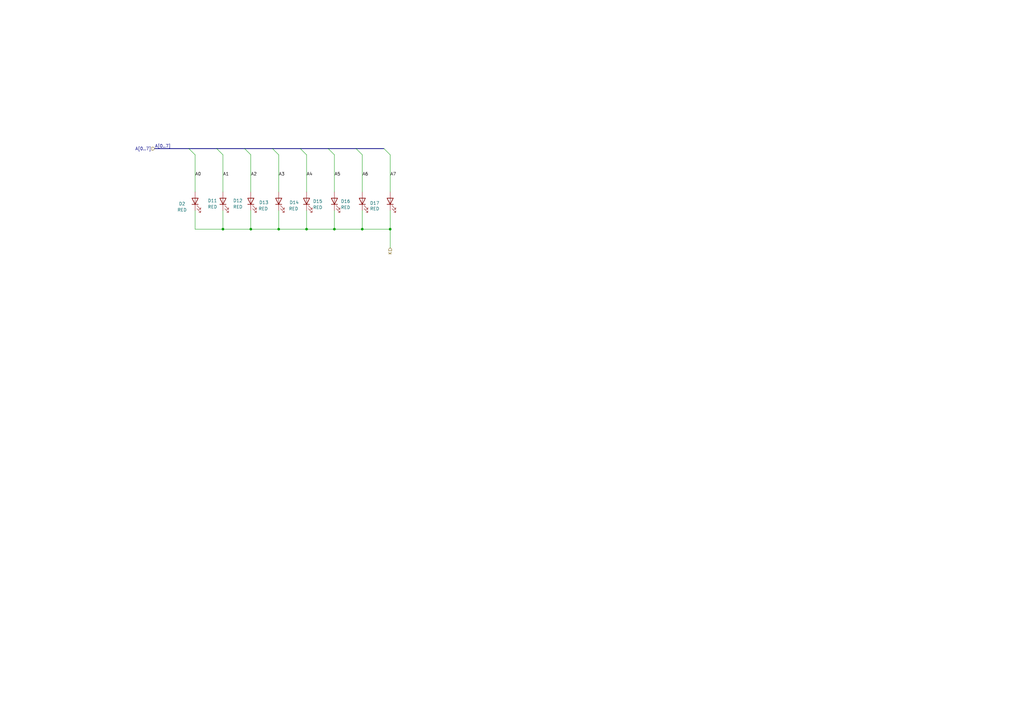
<source format=kicad_sch>
(kicad_sch (version 20231120) (generator "eeschema") (generator_version "8.0")
  (paper "A3")
  (lib_symbols
    (symbol "Device:LED" (pin_numbers hide) (pin_names (offset 1.016) hide)
      (property "Reference" "D" (at 0 2.54 0))
      (property "Value" "LED" (at 0 -2.54 0))
      (symbol "LED_0_1"
        (polyline (pts (xy -1.27 -1.27) (xy -1.27 1.27)) (stroke (width 0.254)))
        (polyline (pts (xy -1.27 0) (xy 1.27 0)))
        (polyline (pts (xy 1.27 -1.27) (xy 1.27 1.27) (xy -1.27 0) (xy 1.27 -1.27)) (stroke (width 0.254)))
        (polyline (pts (xy -3.048 -0.762) (xy -4.572 -2.286) (xy -3.81 -2.286) (xy -4.572 -2.286) (xy -4.572 -1.524)))
        (polyline (pts (xy -1.778 -0.762) (xy -3.302 -2.286) (xy -2.54 -2.286) (xy -3.302 -2.286) (xy -3.302 -1.524)))
      )
      (symbol "LED_1_1"
        (pin passive line (at -3.81 0 0) (length 2.54) (name "K") (number "1"))
        (pin passive line (at 3.81 0 180) (length 2.54) (name "A") (number "2"))
      )
    )
  )
  (junction (at 91.44 93.98))
  (junction (at 160.02 93.98))
  (junction (at 114.3 93.98))
  (junction (at 102.87 93.98))
  (junction (at 137.16 93.98))
  (junction (at 148.59 93.98))
  (junction (at 125.73 93.98))
  (bus_entry (at 100.33 60.96) (size 2.54 2.54))
  (bus_entry (at 111.76 60.96) (size 2.54 2.54))
  (bus_entry (at 88.9 60.96) (size 2.54 2.54))
  (bus_entry (at 77.47 60.96) (size 2.54 2.54))
  (bus_entry (at 134.62 60.96) (size 2.54 2.54))
  (bus_entry (at 146.05 60.96) (size 2.54 2.54))
  (bus_entry (at 157.48 60.96) (size 2.54 2.54))
  (bus_entry (at 123.19 60.96) (size 2.54 2.54))
  (bus (pts (xy 146.05 60.96) (xy 157.48 60.96)))
  (wire (pts (xy 80.01 93.98) (xy 91.44 93.98)))
  (wire (pts (xy 137.16 63.5) (xy 137.16 78.74)))
  (wire (pts (xy 137.16 93.98) (xy 148.59 93.98)))
  (wire (pts (xy 114.3 86.36) (xy 114.3 93.98)))
  (bus (pts (xy 100.33 60.96) (xy 111.76 60.96)))
  (wire (pts (xy 160.02 63.5) (xy 160.02 78.74)))
  (wire (pts (xy 114.3 63.5) (xy 114.3 78.74)))
  (wire (pts (xy 125.73 63.5) (xy 125.73 78.74)))
  (wire (pts (xy 102.87 63.5) (xy 102.87 78.74)))
  (bus (pts (xy 63.5 60.96) (xy 77.47 60.96)))
  (wire (pts (xy 148.59 93.98) (xy 160.02 93.98)))
  (wire (pts (xy 102.87 93.98) (xy 114.3 93.98)))
  (wire (pts (xy 80.01 86.36) (xy 80.01 93.98)))
  (wire (pts (xy 160.02 86.36) (xy 160.02 93.98)))
  (bus (pts (xy 134.62 60.96) (xy 146.05 60.96)))
  (wire (pts (xy 91.44 93.98) (xy 102.87 93.98)))
  (wire (pts (xy 137.16 86.36) (xy 137.16 93.98)))
  (bus (pts (xy 123.19 60.96) (xy 134.62 60.96)))
  (wire (pts (xy 148.59 63.5) (xy 148.59 78.74)))
  (wire (pts (xy 125.73 86.36) (xy 125.73 93.98)))
  (wire (pts (xy 80.01 63.5) (xy 80.01 78.74)))
  (wire (pts (xy 148.59 86.36) (xy 148.59 93.98)))
  (wire (pts (xy 102.87 86.36) (xy 102.87 93.98)))
  (wire (pts (xy 114.3 93.98) (xy 125.73 93.98)))
  (bus (pts (xy 77.47 60.96) (xy 88.9 60.96)))
  (bus (pts (xy 88.9 60.96) (xy 100.33 60.96)))
  (wire (pts (xy 125.73 93.98) (xy 137.16 93.98)))
  (wire (pts (xy 160.02 93.98) (xy 160.02 101.6)))
  (wire (pts (xy 91.44 63.5) (xy 91.44 78.74)))
  (bus (pts (xy 111.76 60.96) (xy 123.19 60.96)))
  (wire (pts (xy 91.44 86.36) (xy 91.44 93.98)))
  (label "A7" (at 160.02 72.39 0))
  (label "A2" (at 102.87 72.39 0))
  (label "A[0..7]" (at 63.5 60.96 0))
  (label "A5" (at 137.16 72.39 0))
  (label "A6" (at 148.59 72.39 0))
  (label "A4" (at 125.73 72.39 0))
  (label "A0" (at 80.01 72.39 0))
  (label "A1" (at 91.44 72.39 0))
  (label "A3" (at 114.3 72.39 0))
  (hierarchical_label "K" (shape input) (at 160.02 101.6 270))
  (hierarchical_label "A[0..7]" (shape input) (at 63.5 60.96 180))
  (symbol (lib_id "Device:LED") (at 148.59 82.55 90) (unit 1)
    (property "Reference" "D16" (at 141.732 82.55 90))
    (property "Value" "RED" (at 141.732 85.09 90))
    (property "Footprint" "LED_SMD:LED_1206_3216Metric" (effects (hide yes)))
    (property "Description" "Light emitting diode" (effects (hide yes)))
    (instances (project "electronics-practice" (path "" (reference "D16") (unit 1)) (path "" (reference "D24") (unit 1)) (path "" (reference "D80") (unit 1)) (path "" (reference "D88") (unit 1)) (path "" (reference "D144") (unit 1)) (path "" (reference "D152") (unit 1)) (path "" (reference "D208") (unit 1)) (path "" (reference "D216") (unit 1)) (path "" (reference "D272") (unit 1)) (path "" (reference "D280") (unit 1)) (path "" (reference "D336") (unit 1)) (path "" (reference "D344") (unit 1)) (path "" (reference "D400") (unit 1)) (path "" (reference "D408") (unit 1)) (path "" (reference "D464") (unit 1)) (path "" (reference "D472") (unit 1)) (path "" (reference "D32") (unit 1)) (path "" (reference "D40") (unit 1)) (path "" (reference "D48") (unit 1)) (path "" (reference "D56") (unit 1)) (path "" (reference "D64") (unit 1)) (path "" (reference "D72") (unit 1)) (path "" (reference "D96") (unit 1)) (path "" (reference "D104") (unit 1)) (path "" (reference "D112") (unit 1)) (path "" (reference "D120") (unit 1)) (path "" (reference "D128") (unit 1)) (path "" (reference "D136") (unit 1)) (path "" (reference "D160") (unit 1)) (path "" (reference "D168") (unit 1)) (path "" (reference "D176") (unit 1)) (path "" (reference "D184") (unit 1)) (path "" (reference "D192") (unit 1)) (path "" (reference "D200") (unit 1)) (path "" (reference "D224") (unit 1)) (path "" (reference "D232") (unit 1)) (path "" (reference "D240") (unit 1)) (path "" (reference "D248") (unit 1)) (path "" (reference "D256") (unit 1)) (path "" (reference "D264") (unit 1)) (path "" (reference "D288") (unit 1)) (path "" (reference "D296") (unit 1)) (path "" (reference "D304") (unit 1)) (path "" (reference "D312") (unit 1)) (path "" (reference "D320") (unit 1)) (path "" (reference "D328") (unit 1)) (path "" (reference "D352") (unit 1)) (path "" (reference "D360") (unit 1)) (path "" (reference "D368") (unit 1)) (path "" (reference "D376") (unit 1)) (path "" (reference "D384") (unit 1)) (path "" (reference "D392") (unit 1)) (path "" (reference "D416") (unit 1)) (path "" (reference "D424") (unit 1)) (path "" (reference "D432") (unit 1)) (path "" (reference "D440") (unit 1)) (path "" (reference "D448") (unit 1)) (path "" (reference "D456") (unit 1)) (path "" (reference "D480") (unit 1)) (path "" (reference "D488") (unit 1)) (path "" (reference "D496") (unit 1)) (path "" (reference "D504") (unit 1)) (path "" (reference "D512") (unit 1)) (path "" (reference "D520") (unit 1)) (path "" (reference "D528") (unit 1)) (path "" (reference "D536") (unit 1)) (path "" (reference "D544") (unit 1)) (path "" (reference "D552") (unit 1)) (path "" (reference "D560") (unit 1)) (path "" (reference "D568") (unit 1)) (path "" (reference "D576") (unit 1)) (path "" (reference "D584") (unit 1)) (path "" (reference "D592") (unit 1)) (path "" (reference "D600") (unit 1)) (path "" (reference "D608") (unit 1)) (path "" (reference "D616") (unit 1)) (path "" (reference "D624") (unit 1)) (path "" (reference "D632") (unit 1)) (path "" (reference "D640") (unit 1)) (path "" (reference "D648") (unit 1)) (path "" (reference "D656") (unit 1)) (path "" (reference "D664") (unit 1)) (path "" (reference "D672") (unit 1)) (path "" (reference "D680") (unit 1)) (path "" (reference "D688") (unit 1)) (path "" (reference "D696") (unit 1)) (path "" (reference "D704") (unit 1)) (path "" (reference "D712") (unit 1)) (path "" (reference "D720") (unit 1)) (path "" (reference "D728") (unit 1)) (path "" (reference "D736") (unit 1)) (path "" (reference "D744") (unit 1)) (path "" (reference "D752") (unit 1)) (path "" (reference "D760") (unit 1)) (path "" (reference "D768") (unit 1)) (path "" (reference "D776") (unit 1)) (path "" (reference "D784") (unit 1)) (path "" (reference "D792") (unit 1)) (path "" (reference "D800") (unit 1)) (path "" (reference "D808") (unit 1)) (path "" (reference "D816") (unit 1)) (path "" (reference "D824") (unit 1)) (path "" (reference "D832") (unit 1)) (path "" (reference "D840") (unit 1)) (path "" (reference "D848") (unit 1)) (path "" (reference "D856") (unit 1)) (path "" (reference "D864") (unit 1)) (path "" (reference "D872") (unit 1)) (path "" (reference "D880") (unit 1)) (path "" (reference "D888") (unit 1)) (path "" (reference "D896") (unit 1)) (path "" (reference "D904") (unit 1)) (path "" (reference "D912") (unit 1)) (path "" (reference "D920") (unit 1)) (path "" (reference "D928") (unit 1)) (path "" (reference "D936") (unit 1)) (path "" (reference "D944") (unit 1)) (path "" (reference "D952") (unit 1)) (path "" (reference "D960") (unit 1)) (path "" (reference "D968") (unit 1)) (path "" (reference "D976") (unit 1)) (path "" (reference "D984") (unit 1)) (path "" (reference "D992") (unit 1)) (path "" (reference "D1000") (unit 1)) (path "" (reference "D1008") (unit 1)) (path "" (reference "D1016") (unit 1)) (path "" (reference "D1024") (unit 1)) (path "" (reference "D1032") (unit 1))))
  )
  (symbol (lib_id "Device:LED") (at 114.3 82.55 90) (unit 1)
    (property "Reference" "D13" (at 108.204 83.058 90))
    (property "Value" "RED" (at 107.95 85.598 90))
    (property "Footprint" "LED_SMD:LED_1206_3216Metric" (effects (hide yes)))
    (property "Description" "Light emitting diode" (effects (hide yes)))
    (instances (project "electronics-practice" (path "" (reference "D13") (unit 1)) (path "" (reference "D21") (unit 1)) (path "" (reference "D77") (unit 1)) (path "" (reference "D85") (unit 1)) (path "" (reference "D141") (unit 1)) (path "" (reference "D149") (unit 1)) (path "" (reference "D205") (unit 1)) (path "" (reference "D213") (unit 1)) (path "" (reference "D269") (unit 1)) (path "" (reference "D277") (unit 1)) (path "" (reference "D333") (unit 1)) (path "" (reference "D341") (unit 1)) (path "" (reference "D397") (unit 1)) (path "" (reference "D405") (unit 1)) (path "" (reference "D461") (unit 1)) (path "" (reference "D469") (unit 1)) (path "" (reference "D29") (unit 1)) (path "" (reference "D37") (unit 1)) (path "" (reference "D45") (unit 1)) (path "" (reference "D53") (unit 1)) (path "" (reference "D61") (unit 1)) (path "" (reference "D69") (unit 1)) (path "" (reference "D93") (unit 1)) (path "" (reference "D101") (unit 1)) (path "" (reference "D109") (unit 1)) (path "" (reference "D117") (unit 1)) (path "" (reference "D125") (unit 1)) (path "" (reference "D133") (unit 1)) (path "" (reference "D157") (unit 1)) (path "" (reference "D165") (unit 1)) (path "" (reference "D173") (unit 1)) (path "" (reference "D181") (unit 1)) (path "" (reference "D189") (unit 1)) (path "" (reference "D197") (unit 1)) (path "" (reference "D221") (unit 1)) (path "" (reference "D229") (unit 1)) (path "" (reference "D237") (unit 1)) (path "" (reference "D245") (unit 1)) (path "" (reference "D253") (unit 1)) (path "" (reference "D261") (unit 1)) (path "" (reference "D285") (unit 1)) (path "" (reference "D293") (unit 1)) (path "" (reference "D301") (unit 1)) (path "" (reference "D309") (unit 1)) (path "" (reference "D317") (unit 1)) (path "" (reference "D325") (unit 1)) (path "" (reference "D349") (unit 1)) (path "" (reference "D357") (unit 1)) (path "" (reference "D365") (unit 1)) (path "" (reference "D373") (unit 1)) (path "" (reference "D381") (unit 1)) (path "" (reference "D389") (unit 1)) (path "" (reference "D413") (unit 1)) (path "" (reference "D421") (unit 1)) (path "" (reference "D429") (unit 1)) (path "" (reference "D437") (unit 1)) (path "" (reference "D445") (unit 1)) (path "" (reference "D453") (unit 1)) (path "" (reference "D477") (unit 1)) (path "" (reference "D485") (unit 1)) (path "" (reference "D493") (unit 1)) (path "" (reference "D501") (unit 1)) (path "" (reference "D509") (unit 1)) (path "" (reference "D517") (unit 1)) (path "" (reference "D525") (unit 1)) (path "" (reference "D533") (unit 1)) (path "" (reference "D541") (unit 1)) (path "" (reference "D549") (unit 1)) (path "" (reference "D557") (unit 1)) (path "" (reference "D565") (unit 1)) (path "" (reference "D573") (unit 1)) (path "" (reference "D581") (unit 1)) (path "" (reference "D589") (unit 1)) (path "" (reference "D597") (unit 1)) (path "" (reference "D605") (unit 1)) (path "" (reference "D613") (unit 1)) (path "" (reference "D621") (unit 1)) (path "" (reference "D629") (unit 1)) (path "" (reference "D637") (unit 1)) (path "" (reference "D645") (unit 1)) (path "" (reference "D653") (unit 1)) (path "" (reference "D661") (unit 1)) (path "" (reference "D669") (unit 1)) (path "" (reference "D677") (unit 1)) (path "" (reference "D685") (unit 1)) (path "" (reference "D693") (unit 1)) (path "" (reference "D701") (unit 1)) (path "" (reference "D709") (unit 1)) (path "" (reference "D717") (unit 1)) (path "" (reference "D725") (unit 1)) (path "" (reference "D733") (unit 1)) (path "" (reference "D741") (unit 1)) (path "" (reference "D749") (unit 1)) (path "" (reference "D757") (unit 1)) (path "" (reference "D765") (unit 1)) (path "" (reference "D773") (unit 1)) (path "" (reference "D781") (unit 1)) (path "" (reference "D789") (unit 1)) (path "" (reference "D797") (unit 1)) (path "" (reference "D805") (unit 1)) (path "" (reference "D813") (unit 1)) (path "" (reference "D821") (unit 1)) (path "" (reference "D829") (unit 1)) (path "" (reference "D837") (unit 1)) (path "" (reference "D845") (unit 1)) (path "" (reference "D853") (unit 1)) (path "" (reference "D861") (unit 1)) (path "" (reference "D869") (unit 1)) (path "" (reference "D877") (unit 1)) (path "" (reference "D885") (unit 1)) (path "" (reference "D893") (unit 1)) (path "" (reference "D901") (unit 1)) (path "" (reference "D909") (unit 1)) (path "" (reference "D917") (unit 1)) (path "" (reference "D925") (unit 1)) (path "" (reference "D933") (unit 1)) (path "" (reference "D941") (unit 1)) (path "" (reference "D949") (unit 1)) (path "" (reference "D957") (unit 1)) (path "" (reference "D965") (unit 1)) (path "" (reference "D973") (unit 1)) (path "" (reference "D981") (unit 1)) (path "" (reference "D989") (unit 1)) (path "" (reference "D997") (unit 1)) (path "" (reference "D1005") (unit 1)) (path "" (reference "D1013") (unit 1)) (path "" (reference "D1021") (unit 1)) (path "" (reference "D1029") (unit 1))))
  )
  (symbol (lib_id "Device:LED") (at 137.16 82.55 90) (unit 1)
    (property "Reference" "D15" (at 130.302 82.55 90))
    (property "Value" "RED" (at 130.302 85.09 90))
    (property "Footprint" "LED_SMD:LED_1206_3216Metric" (effects (hide yes)))
    (property "Description" "Light emitting diode" (effects (hide yes)))
    (instances (project "electronics-practice" (path "" (reference "D15") (unit 1)) (path "" (reference "D23") (unit 1)) (path "" (reference "D79") (unit 1)) (path "" (reference "D87") (unit 1)) (path "" (reference "D143") (unit 1)) (path "" (reference "D151") (unit 1)) (path "" (reference "D207") (unit 1)) (path "" (reference "D215") (unit 1)) (path "" (reference "D271") (unit 1)) (path "" (reference "D279") (unit 1)) (path "" (reference "D335") (unit 1)) (path "" (reference "D343") (unit 1)) (path "" (reference "D399") (unit 1)) (path "" (reference "D407") (unit 1)) (path "" (reference "D463") (unit 1)) (path "" (reference "D471") (unit 1)) (path "" (reference "D31") (unit 1)) (path "" (reference "D39") (unit 1)) (path "" (reference "D47") (unit 1)) (path "" (reference "D55") (unit 1)) (path "" (reference "D63") (unit 1)) (path "" (reference "D71") (unit 1)) (path "" (reference "D95") (unit 1)) (path "" (reference "D103") (unit 1)) (path "" (reference "D111") (unit 1)) (path "" (reference "D119") (unit 1)) (path "" (reference "D127") (unit 1)) (path "" (reference "D135") (unit 1)) (path "" (reference "D159") (unit 1)) (path "" (reference "D167") (unit 1)) (path "" (reference "D175") (unit 1)) (path "" (reference "D183") (unit 1)) (path "" (reference "D191") (unit 1)) (path "" (reference "D199") (unit 1)) (path "" (reference "D223") (unit 1)) (path "" (reference "D231") (unit 1)) (path "" (reference "D239") (unit 1)) (path "" (reference "D247") (unit 1)) (path "" (reference "D255") (unit 1)) (path "" (reference "D263") (unit 1)) (path "" (reference "D287") (unit 1)) (path "" (reference "D295") (unit 1)) (path "" (reference "D303") (unit 1)) (path "" (reference "D311") (unit 1)) (path "" (reference "D319") (unit 1)) (path "" (reference "D327") (unit 1)) (path "" (reference "D351") (unit 1)) (path "" (reference "D359") (unit 1)) (path "" (reference "D367") (unit 1)) (path "" (reference "D375") (unit 1)) (path "" (reference "D383") (unit 1)) (path "" (reference "D391") (unit 1)) (path "" (reference "D415") (unit 1)) (path "" (reference "D423") (unit 1)) (path "" (reference "D431") (unit 1)) (path "" (reference "D439") (unit 1)) (path "" (reference "D447") (unit 1)) (path "" (reference "D455") (unit 1)) (path "" (reference "D479") (unit 1)) (path "" (reference "D487") (unit 1)) (path "" (reference "D495") (unit 1)) (path "" (reference "D503") (unit 1)) (path "" (reference "D511") (unit 1)) (path "" (reference "D519") (unit 1)) (path "" (reference "D527") (unit 1)) (path "" (reference "D535") (unit 1)) (path "" (reference "D543") (unit 1)) (path "" (reference "D551") (unit 1)) (path "" (reference "D559") (unit 1)) (path "" (reference "D567") (unit 1)) (path "" (reference "D575") (unit 1)) (path "" (reference "D583") (unit 1)) (path "" (reference "D591") (unit 1)) (path "" (reference "D599") (unit 1)) (path "" (reference "D607") (unit 1)) (path "" (reference "D615") (unit 1)) (path "" (reference "D623") (unit 1)) (path "" (reference "D631") (unit 1)) (path "" (reference "D639") (unit 1)) (path "" (reference "D647") (unit 1)) (path "" (reference "D655") (unit 1)) (path "" (reference "D663") (unit 1)) (path "" (reference "D671") (unit 1)) (path "" (reference "D679") (unit 1)) (path "" (reference "D687") (unit 1)) (path "" (reference "D695") (unit 1)) (path "" (reference "D703") (unit 1)) (path "" (reference "D711") (unit 1)) (path "" (reference "D719") (unit 1)) (path "" (reference "D727") (unit 1)) (path "" (reference "D735") (unit 1)) (path "" (reference "D743") (unit 1)) (path "" (reference "D751") (unit 1)) (path "" (reference "D759") (unit 1)) (path "" (reference "D767") (unit 1)) (path "" (reference "D775") (unit 1)) (path "" (reference "D783") (unit 1)) (path "" (reference "D791") (unit 1)) (path "" (reference "D799") (unit 1)) (path "" (reference "D807") (unit 1)) (path "" (reference "D815") (unit 1)) (path "" (reference "D823") (unit 1)) (path "" (reference "D831") (unit 1)) (path "" (reference "D839") (unit 1)) (path "" (reference "D847") (unit 1)) (path "" (reference "D855") (unit 1)) (path "" (reference "D863") (unit 1)) (path "" (reference "D871") (unit 1)) (path "" (reference "D879") (unit 1)) (path "" (reference "D887") (unit 1)) (path "" (reference "D895") (unit 1)) (path "" (reference "D903") (unit 1)) (path "" (reference "D911") (unit 1)) (path "" (reference "D919") (unit 1)) (path "" (reference "D927") (unit 1)) (path "" (reference "D935") (unit 1)) (path "" (reference "D943") (unit 1)) (path "" (reference "D951") (unit 1)) (path "" (reference "D959") (unit 1)) (path "" (reference "D967") (unit 1)) (path "" (reference "D975") (unit 1)) (path "" (reference "D983") (unit 1)) (path "" (reference "D991") (unit 1)) (path "" (reference "D999") (unit 1)) (path "" (reference "D1007") (unit 1)) (path "" (reference "D1015") (unit 1)) (path "" (reference "D1023") (unit 1)) (path "" (reference "D1031") (unit 1))))
  )
  (symbol (lib_id "Device:LED") (at 125.73 82.55 90) (unit 1)
    (property "Reference" "D14" (at 120.65 83.058 90))
    (property "Value" "RED" (at 120.396 85.598 90))
    (property "Footprint" "LED_SMD:LED_1206_3216Metric" (effects (hide yes)))
    (property "Description" "Light emitting diode" (effects (hide yes)))
    (instances (project "electronics-practice" (path "" (reference "D14") (unit 1)) (path "" (reference "D22") (unit 1)) (path "" (reference "D78") (unit 1)) (path "" (reference "D86") (unit 1)) (path "" (reference "D142") (unit 1)) (path "" (reference "D150") (unit 1)) (path "" (reference "D206") (unit 1)) (path "" (reference "D214") (unit 1)) (path "" (reference "D270") (unit 1)) (path "" (reference "D278") (unit 1)) (path "" (reference "D334") (unit 1)) (path "" (reference "D342") (unit 1)) (path "" (reference "D398") (unit 1)) (path "" (reference "D406") (unit 1)) (path "" (reference "D462") (unit 1)) (path "" (reference "D470") (unit 1)) (path "" (reference "D30") (unit 1)) (path "" (reference "D38") (unit 1)) (path "" (reference "D46") (unit 1)) (path "" (reference "D54") (unit 1)) (path "" (reference "D62") (unit 1)) (path "" (reference "D70") (unit 1)) (path "" (reference "D94") (unit 1)) (path "" (reference "D102") (unit 1)) (path "" (reference "D110") (unit 1)) (path "" (reference "D118") (unit 1)) (path "" (reference "D126") (unit 1)) (path "" (reference "D134") (unit 1)) (path "" (reference "D158") (unit 1)) (path "" (reference "D166") (unit 1)) (path "" (reference "D174") (unit 1)) (path "" (reference "D182") (unit 1)) (path "" (reference "D190") (unit 1)) (path "" (reference "D198") (unit 1)) (path "" (reference "D222") (unit 1)) (path "" (reference "D230") (unit 1)) (path "" (reference "D238") (unit 1)) (path "" (reference "D246") (unit 1)) (path "" (reference "D254") (unit 1)) (path "" (reference "D262") (unit 1)) (path "" (reference "D286") (unit 1)) (path "" (reference "D294") (unit 1)) (path "" (reference "D302") (unit 1)) (path "" (reference "D310") (unit 1)) (path "" (reference "D318") (unit 1)) (path "" (reference "D326") (unit 1)) (path "" (reference "D350") (unit 1)) (path "" (reference "D358") (unit 1)) (path "" (reference "D366") (unit 1)) (path "" (reference "D374") (unit 1)) (path "" (reference "D382") (unit 1)) (path "" (reference "D390") (unit 1)) (path "" (reference "D414") (unit 1)) (path "" (reference "D422") (unit 1)) (path "" (reference "D430") (unit 1)) (path "" (reference "D438") (unit 1)) (path "" (reference "D446") (unit 1)) (path "" (reference "D454") (unit 1)) (path "" (reference "D478") (unit 1)) (path "" (reference "D486") (unit 1)) (path "" (reference "D494") (unit 1)) (path "" (reference "D502") (unit 1)) (path "" (reference "D510") (unit 1)) (path "" (reference "D518") (unit 1)) (path "" (reference "D526") (unit 1)) (path "" (reference "D534") (unit 1)) (path "" (reference "D542") (unit 1)) (path "" (reference "D550") (unit 1)) (path "" (reference "D558") (unit 1)) (path "" (reference "D566") (unit 1)) (path "" (reference "D574") (unit 1)) (path "" (reference "D582") (unit 1)) (path "" (reference "D590") (unit 1)) (path "" (reference "D598") (unit 1)) (path "" (reference "D606") (unit 1)) (path "" (reference "D614") (unit 1)) (path "" (reference "D622") (unit 1)) (path "" (reference "D630") (unit 1)) (path "" (reference "D638") (unit 1)) (path "" (reference "D646") (unit 1)) (path "" (reference "D654") (unit 1)) (path "" (reference "D662") (unit 1)) (path "" (reference "D670") (unit 1)) (path "" (reference "D678") (unit 1)) (path "" (reference "D686") (unit 1)) (path "" (reference "D694") (unit 1)) (path "" (reference "D702") (unit 1)) (path "" (reference "D710") (unit 1)) (path "" (reference "D718") (unit 1)) (path "" (reference "D726") (unit 1)) (path "" (reference "D734") (unit 1)) (path "" (reference "D742") (unit 1)) (path "" (reference "D750") (unit 1)) (path "" (reference "D758") (unit 1)) (path "" (reference "D766") (unit 1)) (path "" (reference "D774") (unit 1)) (path "" (reference "D782") (unit 1)) (path "" (reference "D790") (unit 1)) (path "" (reference "D798") (unit 1)) (path "" (reference "D806") (unit 1)) (path "" (reference "D814") (unit 1)) (path "" (reference "D822") (unit 1)) (path "" (reference "D830") (unit 1)) (path "" (reference "D838") (unit 1)) (path "" (reference "D846") (unit 1)) (path "" (reference "D854") (unit 1)) (path "" (reference "D862") (unit 1)) (path "" (reference "D870") (unit 1)) (path "" (reference "D878") (unit 1)) (path "" (reference "D886") (unit 1)) (path "" (reference "D894") (unit 1)) (path "" (reference "D902") (unit 1)) (path "" (reference "D910") (unit 1)) (path "" (reference "D918") (unit 1)) (path "" (reference "D926") (unit 1)) (path "" (reference "D934") (unit 1)) (path "" (reference "D942") (unit 1)) (path "" (reference "D950") (unit 1)) (path "" (reference "D958") (unit 1)) (path "" (reference "D966") (unit 1)) (path "" (reference "D974") (unit 1)) (path "" (reference "D982") (unit 1)) (path "" (reference "D990") (unit 1)) (path "" (reference "D998") (unit 1)) (path "" (reference "D1006") (unit 1)) (path "" (reference "D1014") (unit 1)) (path "" (reference "D1022") (unit 1)) (path "" (reference "D1030") (unit 1))))
  )
  (symbol (lib_id "Device:LED") (at 80.01 82.55 90) (unit 1)
    (property "Reference" "D2" (at 74.676 83.566 90))
    (property "Value" "RED" (at 74.676 86.106 90))
    (property "Footprint" "LED_SMD:LED_1206_3216Metric" (effects (hide yes)))
    (property "Description" "Light emitting diode" (effects (hide yes)))
    (instances (project "electronics-practice" (path "" (reference "D2") (unit 1)) (path "" (reference "D18") (unit 1)) (path "" (reference "D74") (unit 1)) (path "" (reference "D82") (unit 1)) (path "" (reference "D138") (unit 1)) (path "" (reference "D146") (unit 1)) (path "" (reference "D202") (unit 1)) (path "" (reference "D210") (unit 1)) (path "" (reference "D266") (unit 1)) (path "" (reference "D274") (unit 1)) (path "" (reference "D330") (unit 1)) (path "" (reference "D338") (unit 1)) (path "" (reference "D394") (unit 1)) (path "" (reference "D402") (unit 1)) (path "" (reference "D458") (unit 1)) (path "" (reference "D466") (unit 1)) (path "" (reference "D26") (unit 1)) (path "" (reference "D34") (unit 1)) (path "" (reference "D42") (unit 1)) (path "" (reference "D50") (unit 1)) (path "" (reference "D58") (unit 1)) (path "" (reference "D66") (unit 1)) (path "" (reference "D90") (unit 1)) (path "" (reference "D98") (unit 1)) (path "" (reference "D106") (unit 1)) (path "" (reference "D114") (unit 1)) (path "" (reference "D122") (unit 1)) (path "" (reference "D130") (unit 1)) (path "" (reference "D154") (unit 1)) (path "" (reference "D162") (unit 1)) (path "" (reference "D170") (unit 1)) (path "" (reference "D178") (unit 1)) (path "" (reference "D186") (unit 1)) (path "" (reference "D194") (unit 1)) (path "" (reference "D218") (unit 1)) (path "" (reference "D226") (unit 1)) (path "" (reference "D234") (unit 1)) (path "" (reference "D242") (unit 1)) (path "" (reference "D250") (unit 1)) (path "" (reference "D258") (unit 1)) (path "" (reference "D282") (unit 1)) (path "" (reference "D290") (unit 1)) (path "" (reference "D298") (unit 1)) (path "" (reference "D306") (unit 1)) (path "" (reference "D314") (unit 1)) (path "" (reference "D322") (unit 1)) (path "" (reference "D346") (unit 1)) (path "" (reference "D354") (unit 1)) (path "" (reference "D362") (unit 1)) (path "" (reference "D370") (unit 1)) (path "" (reference "D378") (unit 1)) (path "" (reference "D386") (unit 1)) (path "" (reference "D410") (unit 1)) (path "" (reference "D418") (unit 1)) (path "" (reference "D426") (unit 1)) (path "" (reference "D434") (unit 1)) (path "" (reference "D442") (unit 1)) (path "" (reference "D450") (unit 1)) (path "" (reference "D474") (unit 1)) (path "" (reference "D482") (unit 1)) (path "" (reference "D490") (unit 1)) (path "" (reference "D498") (unit 1)) (path "" (reference "D506") (unit 1)) (path "" (reference "D514") (unit 1)) (path "" (reference "D522") (unit 1)) (path "" (reference "D530") (unit 1)) (path "" (reference "D538") (unit 1)) (path "" (reference "D546") (unit 1)) (path "" (reference "D554") (unit 1)) (path "" (reference "D562") (unit 1)) (path "" (reference "D570") (unit 1)) (path "" (reference "D578") (unit 1)) (path "" (reference "D586") (unit 1)) (path "" (reference "D594") (unit 1)) (path "" (reference "D602") (unit 1)) (path "" (reference "D610") (unit 1)) (path "" (reference "D618") (unit 1)) (path "" (reference "D626") (unit 1)) (path "" (reference "D634") (unit 1)) (path "" (reference "D642") (unit 1)) (path "" (reference "D650") (unit 1)) (path "" (reference "D658") (unit 1)) (path "" (reference "D666") (unit 1)) (path "" (reference "D674") (unit 1)) (path "" (reference "D682") (unit 1)) (path "" (reference "D690") (unit 1)) (path "" (reference "D698") (unit 1)) (path "" (reference "D706") (unit 1)) (path "" (reference "D714") (unit 1)) (path "" (reference "D722") (unit 1)) (path "" (reference "D730") (unit 1)) (path "" (reference "D738") (unit 1)) (path "" (reference "D746") (unit 1)) (path "" (reference "D754") (unit 1)) (path "" (reference "D762") (unit 1)) (path "" (reference "D770") (unit 1)) (path "" (reference "D778") (unit 1)) (path "" (reference "D786") (unit 1)) (path "" (reference "D794") (unit 1)) (path "" (reference "D802") (unit 1)) (path "" (reference "D810") (unit 1)) (path "" (reference "D818") (unit 1)) (path "" (reference "D826") (unit 1)) (path "" (reference "D834") (unit 1)) (path "" (reference "D842") (unit 1)) (path "" (reference "D850") (unit 1)) (path "" (reference "D858") (unit 1)) (path "" (reference "D866") (unit 1)) (path "" (reference "D874") (unit 1)) (path "" (reference "D882") (unit 1)) (path "" (reference "D890") (unit 1)) (path "" (reference "D898") (unit 1)) (path "" (reference "D906") (unit 1)) (path "" (reference "D914") (unit 1)) (path "" (reference "D922") (unit 1)) (path "" (reference "D930") (unit 1)) (path "" (reference "D938") (unit 1)) (path "" (reference "D946") (unit 1)) (path "" (reference "D954") (unit 1)) (path "" (reference "D962") (unit 1)) (path "" (reference "D970") (unit 1)) (path "" (reference "D978") (unit 1)) (path "" (reference "D986") (unit 1)) (path "" (reference "D994") (unit 1)) (path "" (reference "D1002") (unit 1)) (path "" (reference "D1010") (unit 1)) (path "" (reference "D1018") (unit 1)) (path "" (reference "D1026") (unit 1))))
  )
  (symbol (lib_id "Device:LED") (at 91.44 82.55 90) (unit 1)
    (property "Reference" "D11" (at 87.122 82.296 90))
    (property "Value" "RED" (at 87.122 84.836 90))
    (property "Footprint" "LED_SMD:LED_1206_3216Metric" (effects (hide yes)))
    (property "Description" "Light emitting diode" (effects (hide yes)))
    (instances (project "electronics-practice" (path "" (reference "D11") (unit 1)) (path "" (reference "D19") (unit 1)) (path "" (reference "D75") (unit 1)) (path "" (reference "D83") (unit 1)) (path "" (reference "D139") (unit 1)) (path "" (reference "D147") (unit 1)) (path "" (reference "D203") (unit 1)) (path "" (reference "D211") (unit 1)) (path "" (reference "D267") (unit 1)) (path "" (reference "D275") (unit 1)) (path "" (reference "D331") (unit 1)) (path "" (reference "D339") (unit 1)) (path "" (reference "D395") (unit 1)) (path "" (reference "D403") (unit 1)) (path "" (reference "D459") (unit 1)) (path "" (reference "D467") (unit 1)) (path "" (reference "D27") (unit 1)) (path "" (reference "D35") (unit 1)) (path "" (reference "D43") (unit 1)) (path "" (reference "D51") (unit 1)) (path "" (reference "D59") (unit 1)) (path "" (reference "D67") (unit 1)) (path "" (reference "D91") (unit 1)) (path "" (reference "D99") (unit 1)) (path "" (reference "D107") (unit 1)) (path "" (reference "D115") (unit 1)) (path "" (reference "D123") (unit 1)) (path "" (reference "D131") (unit 1)) (path "" (reference "D155") (unit 1)) (path "" (reference "D163") (unit 1)) (path "" (reference "D171") (unit 1)) (path "" (reference "D179") (unit 1)) (path "" (reference "D187") (unit 1)) (path "" (reference "D195") (unit 1)) (path "" (reference "D219") (unit 1)) (path "" (reference "D227") (unit 1)) (path "" (reference "D235") (unit 1)) (path "" (reference "D243") (unit 1)) (path "" (reference "D251") (unit 1)) (path "" (reference "D259") (unit 1)) (path "" (reference "D283") (unit 1)) (path "" (reference "D291") (unit 1)) (path "" (reference "D299") (unit 1)) (path "" (reference "D307") (unit 1)) (path "" (reference "D315") (unit 1)) (path "" (reference "D323") (unit 1)) (path "" (reference "D347") (unit 1)) (path "" (reference "D355") (unit 1)) (path "" (reference "D363") (unit 1)) (path "" (reference "D371") (unit 1)) (path "" (reference "D379") (unit 1)) (path "" (reference "D387") (unit 1)) (path "" (reference "D411") (unit 1)) (path "" (reference "D419") (unit 1)) (path "" (reference "D427") (unit 1)) (path "" (reference "D435") (unit 1)) (path "" (reference "D443") (unit 1)) (path "" (reference "D451") (unit 1)) (path "" (reference "D475") (unit 1)) (path "" (reference "D483") (unit 1)) (path "" (reference "D491") (unit 1)) (path "" (reference "D499") (unit 1)) (path "" (reference "D507") (unit 1)) (path "" (reference "D515") (unit 1)) (path "" (reference "D523") (unit 1)) (path "" (reference "D531") (unit 1)) (path "" (reference "D539") (unit 1)) (path "" (reference "D547") (unit 1)) (path "" (reference "D555") (unit 1)) (path "" (reference "D563") (unit 1)) (path "" (reference "D571") (unit 1)) (path "" (reference "D579") (unit 1)) (path "" (reference "D587") (unit 1)) (path "" (reference "D595") (unit 1)) (path "" (reference "D603") (unit 1)) (path "" (reference "D611") (unit 1)) (path "" (reference "D619") (unit 1)) (path "" (reference "D627") (unit 1)) (path "" (reference "D635") (unit 1)) (path "" (reference "D643") (unit 1)) (path "" (reference "D651") (unit 1)) (path "" (reference "D659") (unit 1)) (path "" (reference "D667") (unit 1)) (path "" (reference "D675") (unit 1)) (path "" (reference "D683") (unit 1)) (path "" (reference "D691") (unit 1)) (path "" (reference "D699") (unit 1)) (path "" (reference "D707") (unit 1)) (path "" (reference "D715") (unit 1)) (path "" (reference "D723") (unit 1)) (path "" (reference "D731") (unit 1)) (path "" (reference "D739") (unit 1)) (path "" (reference "D747") (unit 1)) (path "" (reference "D755") (unit 1)) (path "" (reference "D763") (unit 1)) (path "" (reference "D771") (unit 1)) (path "" (reference "D779") (unit 1)) (path "" (reference "D787") (unit 1)) (path "" (reference "D795") (unit 1)) (path "" (reference "D803") (unit 1)) (path "" (reference "D811") (unit 1)) (path "" (reference "D819") (unit 1)) (path "" (reference "D827") (unit 1)) (path "" (reference "D835") (unit 1)) (path "" (reference "D843") (unit 1)) (path "" (reference "D851") (unit 1)) (path "" (reference "D859") (unit 1)) (path "" (reference "D867") (unit 1)) (path "" (reference "D875") (unit 1)) (path "" (reference "D883") (unit 1)) (path "" (reference "D891") (unit 1)) (path "" (reference "D899") (unit 1)) (path "" (reference "D907") (unit 1)) (path "" (reference "D915") (unit 1)) (path "" (reference "D923") (unit 1)) (path "" (reference "D931") (unit 1)) (path "" (reference "D939") (unit 1)) (path "" (reference "D947") (unit 1)) (path "" (reference "D955") (unit 1)) (path "" (reference "D963") (unit 1)) (path "" (reference "D971") (unit 1)) (path "" (reference "D979") (unit 1)) (path "" (reference "D987") (unit 1)) (path "" (reference "D995") (unit 1)) (path "" (reference "D1003") (unit 1)) (path "" (reference "D1011") (unit 1)) (path "" (reference "D1019") (unit 1)) (path "" (reference "D1027") (unit 1))))
  )
  (symbol (lib_id "Device:LED") (at 160.02 82.55 90) (unit 1)
    (property "Reference" "D17" (at 153.67 83.312 90))
    (property "Value" "RED" (at 153.67 85.598 90))
    (property "Footprint" "LED_SMD:LED_1206_3216Metric" (effects (hide yes)))
    (property "Description" "Light emitting diode" (effects (hide yes)))
    (instances (project "electronics-practice" (path "" (reference "D17") (unit 1)) (path "" (reference "D25") (unit 1)) (path "" (reference "D81") (unit 1)) (path "" (reference "D89") (unit 1)) (path "" (reference "D145") (unit 1)) (path "" (reference "D153") (unit 1)) (path "" (reference "D209") (unit 1)) (path "" (reference "D217") (unit 1)) (path "" (reference "D273") (unit 1)) (path "" (reference "D281") (unit 1)) (path "" (reference "D337") (unit 1)) (path "" (reference "D345") (unit 1)) (path "" (reference "D401") (unit 1)) (path "" (reference "D409") (unit 1)) (path "" (reference "D465") (unit 1)) (path "" (reference "D473") (unit 1)) (path "" (reference "D33") (unit 1)) (path "" (reference "D41") (unit 1)) (path "" (reference "D49") (unit 1)) (path "" (reference "D57") (unit 1)) (path "" (reference "D65") (unit 1)) (path "" (reference "D73") (unit 1)) (path "" (reference "D97") (unit 1)) (path "" (reference "D105") (unit 1)) (path "" (reference "D113") (unit 1)) (path "" (reference "D121") (unit 1)) (path "" (reference "D129") (unit 1)) (path "" (reference "D137") (unit 1)) (path "" (reference "D161") (unit 1)) (path "" (reference "D169") (unit 1)) (path "" (reference "D177") (unit 1)) (path "" (reference "D185") (unit 1)) (path "" (reference "D193") (unit 1)) (path "" (reference "D201") (unit 1)) (path "" (reference "D225") (unit 1)) (path "" (reference "D233") (unit 1)) (path "" (reference "D241") (unit 1)) (path "" (reference "D249") (unit 1)) (path "" (reference "D257") (unit 1)) (path "" (reference "D265") (unit 1)) (path "" (reference "D289") (unit 1)) (path "" (reference "D297") (unit 1)) (path "" (reference "D305") (unit 1)) (path "" (reference "D313") (unit 1)) (path "" (reference "D321") (unit 1)) (path "" (reference "D329") (unit 1)) (path "" (reference "D353") (unit 1)) (path "" (reference "D361") (unit 1)) (path "" (reference "D369") (unit 1)) (path "" (reference "D377") (unit 1)) (path "" (reference "D385") (unit 1)) (path "" (reference "D393") (unit 1)) (path "" (reference "D417") (unit 1)) (path "" (reference "D425") (unit 1)) (path "" (reference "D433") (unit 1)) (path "" (reference "D441") (unit 1)) (path "" (reference "D449") (unit 1)) (path "" (reference "D457") (unit 1)) (path "" (reference "D481") (unit 1)) (path "" (reference "D489") (unit 1)) (path "" (reference "D497") (unit 1)) (path "" (reference "D505") (unit 1)) (path "" (reference "D513") (unit 1)) (path "" (reference "D521") (unit 1)) (path "" (reference "D529") (unit 1)) (path "" (reference "D537") (unit 1)) (path "" (reference "D545") (unit 1)) (path "" (reference "D553") (unit 1)) (path "" (reference "D561") (unit 1)) (path "" (reference "D569") (unit 1)) (path "" (reference "D577") (unit 1)) (path "" (reference "D585") (unit 1)) (path "" (reference "D593") (unit 1)) (path "" (reference "D601") (unit 1)) (path "" (reference "D609") (unit 1)) (path "" (reference "D617") (unit 1)) (path "" (reference "D625") (unit 1)) (path "" (reference "D633") (unit 1)) (path "" (reference "D641") (unit 1)) (path "" (reference "D649") (unit 1)) (path "" (reference "D657") (unit 1)) (path "" (reference "D665") (unit 1)) (path "" (reference "D673") (unit 1)) (path "" (reference "D681") (unit 1)) (path "" (reference "D689") (unit 1)) (path "" (reference "D697") (unit 1)) (path "" (reference "D705") (unit 1)) (path "" (reference "D713") (unit 1)) (path "" (reference "D721") (unit 1)) (path "" (reference "D729") (unit 1)) (path "" (reference "D737") (unit 1)) (path "" (reference "D745") (unit 1)) (path "" (reference "D753") (unit 1)) (path "" (reference "D761") (unit 1)) (path "" (reference "D769") (unit 1)) (path "" (reference "D777") (unit 1)) (path "" (reference "D785") (unit 1)) (path "" (reference "D793") (unit 1)) (path "" (reference "D801") (unit 1)) (path "" (reference "D809") (unit 1)) (path "" (reference "D817") (unit 1)) (path "" (reference "D825") (unit 1)) (path "" (reference "D833") (unit 1)) (path "" (reference "D841") (unit 1)) (path "" (reference "D849") (unit 1)) (path "" (reference "D857") (unit 1)) (path "" (reference "D865") (unit 1)) (path "" (reference "D873") (unit 1)) (path "" (reference "D881") (unit 1)) (path "" (reference "D889") (unit 1)) (path "" (reference "D897") (unit 1)) (path "" (reference "D905") (unit 1)) (path "" (reference "D913") (unit 1)) (path "" (reference "D921") (unit 1)) (path "" (reference "D929") (unit 1)) (path "" (reference "D937") (unit 1)) (path "" (reference "D945") (unit 1)) (path "" (reference "D953") (unit 1)) (path "" (reference "D961") (unit 1)) (path "" (reference "D969") (unit 1)) (path "" (reference "D977") (unit 1)) (path "" (reference "D985") (unit 1)) (path "" (reference "D993") (unit 1)) (path "" (reference "D1001") (unit 1)) (path "" (reference "D1009") (unit 1)) (path "" (reference "D1017") (unit 1)) (path "" (reference "D1025") (unit 1)) (path "" (reference "D1033") (unit 1))))
  )
  (symbol (lib_id "Device:LED") (at 102.87 82.55 90) (unit 1)
    (property "Reference" "D12" (at 97.536 82.296 90))
    (property "Value" "RED" (at 97.536 84.836 90))
    (property "Footprint" "LED_SMD:LED_1206_3216Metric" (effects (hide yes)))
    (property "Description" "Light emitting diode" (effects (hide yes)))
    (instances (project "electronics-practice" (path "" (reference "D12") (unit 1)) (path "" (reference "D20") (unit 1)) (path "" (reference "D76") (unit 1)) (path "" (reference "D84") (unit 1)) (path "" (reference "D140") (unit 1)) (path "" (reference "D148") (unit 1)) (path "" (reference "D204") (unit 1)) (path "" (reference "D212") (unit 1)) (path "" (reference "D268") (unit 1)) (path "" (reference "D276") (unit 1)) (path "" (reference "D332") (unit 1)) (path "" (reference "D340") (unit 1)) (path "" (reference "D396") (unit 1)) (path "" (reference "D404") (unit 1)) (path "" (reference "D460") (unit 1)) (path "" (reference "D468") (unit 1)) (path "" (reference "D28") (unit 1)) (path "" (reference "D36") (unit 1)) (path "" (reference "D44") (unit 1)) (path "" (reference "D52") (unit 1)) (path "" (reference "D60") (unit 1)) (path "" (reference "D68") (unit 1)) (path "" (reference "D92") (unit 1)) (path "" (reference "D100") (unit 1)) (path "" (reference "D108") (unit 1)) (path "" (reference "D116") (unit 1)) (path "" (reference "D124") (unit 1)) (path "" (reference "D132") (unit 1)) (path "" (reference "D156") (unit 1)) (path "" (reference "D164") (unit 1)) (path "" (reference "D172") (unit 1)) (path "" (reference "D180") (unit 1)) (path "" (reference "D188") (unit 1)) (path "" (reference "D196") (unit 1)) (path "" (reference "D220") (unit 1)) (path "" (reference "D228") (unit 1)) (path "" (reference "D236") (unit 1)) (path "" (reference "D244") (unit 1)) (path "" (reference "D252") (unit 1)) (path "" (reference "D260") (unit 1)) (path "" (reference "D284") (unit 1)) (path "" (reference "D292") (unit 1)) (path "" (reference "D300") (unit 1)) (path "" (reference "D308") (unit 1)) (path "" (reference "D316") (unit 1)) (path "" (reference "D324") (unit 1)) (path "" (reference "D348") (unit 1)) (path "" (reference "D356") (unit 1)) (path "" (reference "D364") (unit 1)) (path "" (reference "D372") (unit 1)) (path "" (reference "D380") (unit 1)) (path "" (reference "D388") (unit 1)) (path "" (reference "D412") (unit 1)) (path "" (reference "D420") (unit 1)) (path "" (reference "D428") (unit 1)) (path "" (reference "D436") (unit 1)) (path "" (reference "D444") (unit 1)) (path "" (reference "D452") (unit 1)) (path "" (reference "D476") (unit 1)) (path "" (reference "D484") (unit 1)) (path "" (reference "D492") (unit 1)) (path "" (reference "D500") (unit 1)) (path "" (reference "D508") (unit 1)) (path "" (reference "D516") (unit 1)) (path "" (reference "D524") (unit 1)) (path "" (reference "D532") (unit 1)) (path "" (reference "D540") (unit 1)) (path "" (reference "D548") (unit 1)) (path "" (reference "D556") (unit 1)) (path "" (reference "D564") (unit 1)) (path "" (reference "D572") (unit 1)) (path "" (reference "D580") (unit 1)) (path "" (reference "D588") (unit 1)) (path "" (reference "D596") (unit 1)) (path "" (reference "D604") (unit 1)) (path "" (reference "D612") (unit 1)) (path "" (reference "D620") (unit 1)) (path "" (reference "D628") (unit 1)) (path "" (reference "D636") (unit 1)) (path "" (reference "D644") (unit 1)) (path "" (reference "D652") (unit 1)) (path "" (reference "D660") (unit 1)) (path "" (reference "D668") (unit 1)) (path "" (reference "D676") (unit 1)) (path "" (reference "D684") (unit 1)) (path "" (reference "D692") (unit 1)) (path "" (reference "D700") (unit 1)) (path "" (reference "D708") (unit 1)) (path "" (reference "D716") (unit 1)) (path "" (reference "D724") (unit 1)) (path "" (reference "D732") (unit 1)) (path "" (reference "D740") (unit 1)) (path "" (reference "D748") (unit 1)) (path "" (reference "D756") (unit 1)) (path "" (reference "D764") (unit 1)) (path "" (reference "D772") (unit 1)) (path "" (reference "D780") (unit 1)) (path "" (reference "D788") (unit 1)) (path "" (reference "D796") (unit 1)) (path "" (reference "D804") (unit 1)) (path "" (reference "D812") (unit 1)) (path "" (reference "D820") (unit 1)) (path "" (reference "D828") (unit 1)) (path "" (reference "D836") (unit 1)) (path "" (reference "D844") (unit 1)) (path "" (reference "D852") (unit 1)) (path "" (reference "D860") (unit 1)) (path "" (reference "D868") (unit 1)) (path "" (reference "D876") (unit 1)) (path "" (reference "D884") (unit 1)) (path "" (reference "D892") (unit 1)) (path "" (reference "D900") (unit 1)) (path "" (reference "D908") (unit 1)) (path "" (reference "D916") (unit 1)) (path "" (reference "D924") (unit 1)) (path "" (reference "D932") (unit 1)) (path "" (reference "D940") (unit 1)) (path "" (reference "D948") (unit 1)) (path "" (reference "D956") (unit 1)) (path "" (reference "D964") (unit 1)) (path "" (reference "D972") (unit 1)) (path "" (reference "D980") (unit 1)) (path "" (reference "D988") (unit 1)) (path "" (reference "D996") (unit 1)) (path "" (reference "D1004") (unit 1)) (path "" (reference "D1012") (unit 1)) (path "" (reference "D1020") (unit 1)) (path "" (reference "D1028") (unit 1))))
  )
)
</source>
